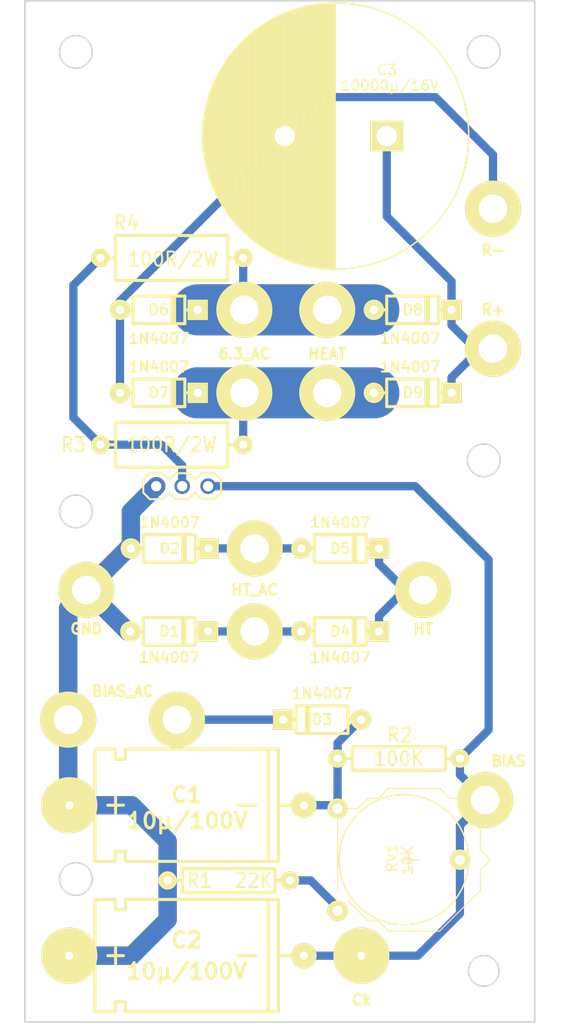
<source format=kicad_pcb>
(kicad_pcb (version 4) (host pcbnew 4.0.4+dfsg1-stable)

  (general
    (links 39)
    (no_connects 0)
    (area 70.057499 47.420999 130.094501 152.700501)
    (thickness 1.6)
    (drawings 10)
    (tracks 159)
    (zones 0)
    (modules 32)
    (nets 14)
  )

  (page A4)
  (layers
    (0 F.Cu signal)
    (31 B.Cu signal)
    (32 B.Adhes user)
    (33 F.Adhes user)
    (34 B.Paste user)
    (35 F.Paste user)
    (36 B.SilkS user)
    (37 F.SilkS user)
    (38 B.Mask user)
    (39 F.Mask user)
    (40 Dwgs.User user)
    (41 Cmts.User user)
    (42 Eco1.User user)
    (43 Eco2.User user)
    (44 Edge.Cuts user)
    (45 Margin user)
    (46 B.CrtYd user)
    (47 F.CrtYd user hide)
    (48 B.Fab user)
    (49 F.Fab user)
  )

  (setup
    (last_trace_width 0.8)
    (trace_clearance 0.8)
    (zone_clearance 0.508)
    (zone_45_only no)
    (trace_min 0.5)
    (segment_width 0.2)
    (edge_width 0.15)
    (via_size 0.8)
    (via_drill 0.6)
    (via_min_size 0.8)
    (via_min_drill 0.3)
    (uvia_size 0.3)
    (uvia_drill 0.1)
    (uvias_allowed no)
    (uvia_min_size 0.2)
    (uvia_min_drill 0.1)
    (pcb_text_width 0.3)
    (pcb_text_size 1.5 1.5)
    (mod_edge_width 0.15)
    (mod_text_size 1 1)
    (mod_text_width 0.15)
    (pad_size 5.5 5.5)
    (pad_drill 0.8)
    (pad_to_mask_clearance 0.2)
    (aux_axis_origin 0 0)
    (visible_elements FFFFFF7F)
    (pcbplotparams
      (layerselection 0x010f0_80000001)
      (usegerberextensions true)
      (excludeedgelayer true)
      (linewidth 0.100000)
      (plotframeref false)
      (viasonmask false)
      (mode 1)
      (useauxorigin false)
      (hpglpennumber 1)
      (hpglpenspeed 20)
      (hpglpendiameter 15)
      (hpglpenoverlay 2)
      (psnegative false)
      (psa4output false)
      (plotreference true)
      (plotvalue true)
      (plotinvisibletext false)
      (padsonsilk false)
      (subtractmaskfromsilk false)
      (outputformat 1)
      (mirror false)
      (drillshape 0)
      (scaleselection 1)
      (outputdirectory Gerber/))
  )

  (net 0 "")
  (net 1 GND)
  (net 2 "Net-(C1-Pad2)")
  (net 3 /Vbias)
  (net 4 "Net-(C3-Pad1)")
  (net 5 "Net-(C3-Pad2)")
  (net 6 "Net-(D3-Pad1)")
  (net 7 "Net-(JP1-Pad2)")
  (net 8 "Net-(R1-Pad2)")
  (net 9 /HEAT2)
  (net 10 /HEAT1)
  (net 11 /HT1)
  (net 12 /HT2)
  (net 13 /HT)

  (net_class Default "This is the default net class."
    (clearance 0.8)
    (trace_width 0.8)
    (via_dia 0.8)
    (via_drill 0.6)
    (uvia_dia 0.3)
    (uvia_drill 0.1)
    (add_net /Vbias)
    (add_net "Net-(C1-Pad2)")
    (add_net "Net-(C3-Pad1)")
    (add_net "Net-(C3-Pad2)")
    (add_net "Net-(D3-Pad1)")
    (add_net "Net-(JP1-Pad2)")
    (add_net "Net-(R1-Pad2)")
  )

  (net_class GND ""
    (clearance 0.8)
    (trace_width 1.8)
    (via_dia 0.8)
    (via_drill 0.6)
    (uvia_dia 0.3)
    (uvia_drill 0.1)
    (add_net GND)
  )

  (net_class HEAT ""
    (clearance 0.8)
    (trace_width 5)
    (via_dia 0.8)
    (via_drill 0.6)
    (uvia_dia 0.3)
    (uvia_drill 0.1)
    (add_net /HEAT1)
    (add_net /HEAT2)
  )

  (net_class HT ""
    (clearance 2.5)
    (trace_width 0.8)
    (via_dia 0.8)
    (via_drill 0.6)
    (uvia_dia 0.3)
    (uvia_drill 0.1)
    (add_net /HT)
    (add_net /HT1)
    (add_net /HT2)
  )

  (module ay_passive:R_0.5W (layer F.Cu) (tedit 57BE1960) (tstamp 57BFFA6A)
    (at 94.996 136.144)
    (descr "Resistance 1/2W")
    (tags R)
    (path /57BE1AE9)
    (autoplace_cost180 10)
    (fp_text reference R1 (at -2.89 0) (layer F.SilkS)
      (effects (font (size 1.397 1.27) (thickness 0.2032)))
    )
    (fp_text value 22K (at 2.444 0) (layer F.SilkS)
      (effects (font (size 1.397 1.27) (thickness 0.2032)))
    )
    (fp_line (start -6 0) (end -4.564 0) (layer F.SilkS) (width 0.3048))
    (fp_line (start -4.564 0) (end -4.564 -1.15) (layer F.SilkS) (width 0.3048))
    (fp_line (start -4.5 -1.15) (end 4.5 -1.15) (layer F.SilkS) (width 0.3048))
    (fp_line (start 4.564 -1.15) (end 4.564 1.15) (layer F.SilkS) (width 0.3048))
    (fp_line (start 4.5 1.15) (end -4.5 1.15) (layer F.SilkS) (width 0.3048))
    (fp_line (start -4.564 1.15) (end -4.564 0) (layer F.SilkS) (width 0.3048))
    (fp_line (start 6 0) (end 4.564 0) (layer F.SilkS) (width 0.3048))
    (pad 1 thru_hole circle (at -6 0) (size 1.8 1.8) (drill 0.8) (layers *.Cu *.Mask F.SilkS)
      (net 1 GND) (clearance 0.5))
    (pad 2 thru_hole circle (at 6 0) (size 1.8 1.8) (drill 0.8) (layers *.Cu *.Mask F.SilkS)
      (net 8 "Net-(R1-Pad2)") (clearance 0.5))
    (model discret/resistor.wrl
      (at (xyz 0 0 0))
      (scale (xyz 0.4 0.4 0.4))
      (rotate (xyz 0 0 0))
    )
  )

  (module ay_passive:R_0.5W (layer F.Cu) (tedit 57BE192F) (tstamp 57BFFA77)
    (at 111.664 124.206 180)
    (descr "Resistance 1/2W")
    (tags R)
    (path /57BE0593)
    (autoplace_cost180 10)
    (fp_text reference R2 (at -0.096 2.286 180) (layer F.SilkS)
      (effects (font (size 1.397 1.27) (thickness 0.2032)))
    )
    (fp_text value 100K (at 0 0 180) (layer F.SilkS)
      (effects (font (size 1.397 1.27) (thickness 0.2032)))
    )
    (fp_line (start -6 0) (end -4.564 0) (layer F.SilkS) (width 0.3048))
    (fp_line (start -4.564 0) (end -4.564 -1.15) (layer F.SilkS) (width 0.3048))
    (fp_line (start -4.5 -1.15) (end 4.5 -1.15) (layer F.SilkS) (width 0.3048))
    (fp_line (start 4.564 -1.15) (end 4.564 1.15) (layer F.SilkS) (width 0.3048))
    (fp_line (start 4.5 1.15) (end -4.5 1.15) (layer F.SilkS) (width 0.3048))
    (fp_line (start -4.564 1.15) (end -4.564 0) (layer F.SilkS) (width 0.3048))
    (fp_line (start 6 0) (end 4.564 0) (layer F.SilkS) (width 0.3048))
    (pad 1 thru_hole circle (at -6 0 180) (size 1.8 1.8) (drill 0.8) (layers *.Cu *.Mask F.SilkS)
      (net 3 /Vbias) (clearance 0.5))
    (pad 2 thru_hole circle (at 6 0 180) (size 1.8 1.8) (drill 0.8) (layers *.Cu *.Mask F.SilkS)
      (net 2 "Net-(C1-Pad2)") (clearance 0.5))
    (model discret/resistor.wrl
      (at (xyz 0 0 0))
      (scale (xyz 0.4 0.4 0.4))
      (rotate (xyz 0 0 0))
    )
  )

  (module ay_turrets:TURRET (layer F.Cu) (tedit 57BE191C) (tstamp 57BFFA39)
    (at 120.142 128.27)
    (descr Turret)
    (tags DEV)
    (path /57BE1C01)
    (fp_text reference P7 (at 0 -4.5) (layer F.SilkS) hide
      (effects (font (size 1.016 1.016) (thickness 0.254)))
    )
    (fp_text value BIAS (at 2.286 -3.81) (layer F.SilkS)
      (effects (font (size 1.016 1.016) (thickness 0.254)))
    )
    (fp_circle (center 0 0) (end 0 -6.5) (layer F.CrtYd) (width 0.381))
    (pad 1 thru_hole circle (at 0 0) (size 5.5 5.5) (drill 2.8) (layers *.Cu *.Mask F.SilkS)
      (net 3 /Vbias) (clearance 0.5))
  )

  (module ay_turrets:TURRET (layer F.Cu) (tedit 57BE1957) (tstamp 57BFFA1B)
    (at 89.916 120.396)
    (descr Turret)
    (tags DEV)
    (path /57BE152C)
    (fp_text reference P2 (at 0 -4.5) (layer F.SilkS) hide
      (effects (font (size 1.016 1.016) (thickness 0.254)))
    )
    (fp_text value BIAS_AC (at 0 5) (layer F.SilkS) hide
      (effects (font (size 1.016 1.016) (thickness 0.254)))
    )
    (fp_circle (center 0 0) (end 0 -6.5) (layer F.CrtYd) (width 0.381))
    (pad 1 thru_hole circle (at 0 0) (size 5.5 5.5) (drill 2.8) (layers *.Cu *.Mask F.SilkS)
      (net 6 "Net-(D3-Pad1)") (clearance 0.5))
  )

  (module ay_turrets:TURRET (layer F.Cu) (tedit 57BE1906) (tstamp 57BFFA21)
    (at 79.248 120.396)
    (descr Turret)
    (tags DEV)
    (path /57BE1CEC)
    (fp_text reference P3 (at 0 -4.5) (layer F.SilkS) hide
      (effects (font (size 1.016 1.016) (thickness 0.254)))
    )
    (fp_text value BIAS_AC (at 5.334 -2.794) (layer F.SilkS)
      (effects (font (size 1.016 1.016) (thickness 0.254)))
    )
    (fp_circle (center 0 0) (end 0 -6.5) (layer F.CrtYd) (width 0.381))
    (pad 1 thru_hole circle (at 0 0) (size 5.5 5.5) (drill 2.8) (layers *.Cu *.Mask F.SilkS)
      (net 1 GND) (clearance 0.5))
  )

  (module Capacitors_ThroughHole:C_Radial_D26_L31_P10 (layer F.Cu) (tedit 57BE27A4) (tstamp 57BFF978)
    (at 110.49 63.246 180)
    (descr "Radial Electrolytic Capacitor Diameter 26mm x Length 31mm, Pitch 10mm")
    (tags "Electrolytic Capacitor")
    (path /57BE06A7)
    (fp_text reference C3 (at -0.033 6.477 180) (layer F.SilkS)
      (effects (font (size 1 1) (thickness 0.15)))
    )
    (fp_text value 10000µ/16V (at -0.287 4.953 180) (layer F.SilkS)
      (effects (font (size 1 1) (thickness 0.15)))
    )
    (fp_line (start 5.075 -13) (end 5.075 13) (layer F.SilkS) (width 0.15))
    (fp_line (start 5.215 -12.998) (end 5.215 12.998) (layer F.SilkS) (width 0.15))
    (fp_line (start 5.355 -12.995) (end 5.355 12.995) (layer F.SilkS) (width 0.15))
    (fp_line (start 5.495 -12.991) (end 5.495 12.991) (layer F.SilkS) (width 0.15))
    (fp_line (start 5.635 -12.984) (end 5.635 12.984) (layer F.SilkS) (width 0.15))
    (fp_line (start 5.775 -12.977) (end 5.775 12.977) (layer F.SilkS) (width 0.15))
    (fp_line (start 5.915 -12.968) (end 5.915 12.968) (layer F.SilkS) (width 0.15))
    (fp_line (start 6.055 -12.957) (end 6.055 12.957) (layer F.SilkS) (width 0.15))
    (fp_line (start 6.195 -12.945) (end 6.195 12.945) (layer F.SilkS) (width 0.15))
    (fp_line (start 6.335 -12.931) (end 6.335 12.931) (layer F.SilkS) (width 0.15))
    (fp_line (start 6.475 -12.916) (end 6.475 12.916) (layer F.SilkS) (width 0.15))
    (fp_line (start 6.615 -12.899) (end 6.615 12.899) (layer F.SilkS) (width 0.15))
    (fp_line (start 6.755 -12.881) (end 6.755 12.881) (layer F.SilkS) (width 0.15))
    (fp_line (start 6.895 -12.861) (end 6.895 12.861) (layer F.SilkS) (width 0.15))
    (fp_line (start 7.035 -12.84) (end 7.035 12.84) (layer F.SilkS) (width 0.15))
    (fp_line (start 7.175 -12.817) (end 7.175 12.817) (layer F.SilkS) (width 0.15))
    (fp_line (start 7.315 -12.792) (end 7.315 12.792) (layer F.SilkS) (width 0.15))
    (fp_line (start 7.455 -12.766) (end 7.455 12.766) (layer F.SilkS) (width 0.15))
    (fp_line (start 7.595 -12.738) (end 7.595 12.738) (layer F.SilkS) (width 0.15))
    (fp_line (start 7.735 -12.709) (end 7.735 12.709) (layer F.SilkS) (width 0.15))
    (fp_line (start 7.875 -12.678) (end 7.875 12.678) (layer F.SilkS) (width 0.15))
    (fp_line (start 8.015 -12.646) (end 8.015 12.646) (layer F.SilkS) (width 0.15))
    (fp_line (start 8.155 -12.611) (end 8.155 12.611) (layer F.SilkS) (width 0.15))
    (fp_line (start 8.295 -12.575) (end 8.295 12.575) (layer F.SilkS) (width 0.15))
    (fp_line (start 8.435 -12.538) (end 8.435 12.538) (layer F.SilkS) (width 0.15))
    (fp_line (start 8.575 -12.499) (end 8.575 12.499) (layer F.SilkS) (width 0.15))
    (fp_line (start 8.715 -12.458) (end 8.715 12.458) (layer F.SilkS) (width 0.15))
    (fp_line (start 8.855 -12.415) (end 8.855 -0.107) (layer F.SilkS) (width 0.15))
    (fp_line (start 8.855 0.107) (end 8.855 12.415) (layer F.SilkS) (width 0.15))
    (fp_line (start 8.995 -12.371) (end 8.995 -0.559) (layer F.SilkS) (width 0.15))
    (fp_line (start 8.995 0.559) (end 8.995 12.371) (layer F.SilkS) (width 0.15))
    (fp_line (start 9.135 -12.325) (end 9.135 -0.758) (layer F.SilkS) (width 0.15))
    (fp_line (start 9.135 0.758) (end 9.135 12.325) (layer F.SilkS) (width 0.15))
    (fp_line (start 9.275 -12.277) (end 9.275 -0.893) (layer F.SilkS) (width 0.15))
    (fp_line (start 9.275 0.893) (end 9.275 12.277) (layer F.SilkS) (width 0.15))
    (fp_line (start 9.415 -12.227) (end 9.415 -0.99) (layer F.SilkS) (width 0.15))
    (fp_line (start 9.415 0.99) (end 9.415 12.227) (layer F.SilkS) (width 0.15))
    (fp_line (start 9.555 -12.176) (end 9.555 -1.06) (layer F.SilkS) (width 0.15))
    (fp_line (start 9.555 1.06) (end 9.555 12.176) (layer F.SilkS) (width 0.15))
    (fp_line (start 9.695 -12.123) (end 9.695 -1.109) (layer F.SilkS) (width 0.15))
    (fp_line (start 9.695 1.109) (end 9.695 12.123) (layer F.SilkS) (width 0.15))
    (fp_line (start 9.835 -12.067) (end 9.835 -1.138) (layer F.SilkS) (width 0.15))
    (fp_line (start 9.835 1.138) (end 9.835 12.067) (layer F.SilkS) (width 0.15))
    (fp_line (start 9.975 -12.01) (end 9.975 -1.15) (layer F.SilkS) (width 0.15))
    (fp_line (start 9.975 1.15) (end 9.975 12.01) (layer F.SilkS) (width 0.15))
    (fp_line (start 10.115 -11.951) (end 10.115 -1.144) (layer F.SilkS) (width 0.15))
    (fp_line (start 10.115 1.144) (end 10.115 11.951) (layer F.SilkS) (width 0.15))
    (fp_line (start 10.255 -11.891) (end 10.255 -1.121) (layer F.SilkS) (width 0.15))
    (fp_line (start 10.255 1.121) (end 10.255 11.891) (layer F.SilkS) (width 0.15))
    (fp_line (start 10.395 -11.828) (end 10.395 -1.08) (layer F.SilkS) (width 0.15))
    (fp_line (start 10.395 1.08) (end 10.395 11.828) (layer F.SilkS) (width 0.15))
    (fp_line (start 10.535 -11.763) (end 10.535 -1.018) (layer F.SilkS) (width 0.15))
    (fp_line (start 10.535 1.018) (end 10.535 11.763) (layer F.SilkS) (width 0.15))
    (fp_line (start 10.675 -11.696) (end 10.675 -0.931) (layer F.SilkS) (width 0.15))
    (fp_line (start 10.675 0.931) (end 10.675 11.696) (layer F.SilkS) (width 0.15))
    (fp_line (start 10.815 -11.627) (end 10.815 -0.811) (layer F.SilkS) (width 0.15))
    (fp_line (start 10.815 0.811) (end 10.815 11.627) (layer F.SilkS) (width 0.15))
    (fp_line (start 10.955 -11.556) (end 10.955 -0.641) (layer F.SilkS) (width 0.15))
    (fp_line (start 10.955 0.641) (end 10.955 11.556) (layer F.SilkS) (width 0.15))
    (fp_line (start 11.095 -11.483) (end 11.095 -0.351) (layer F.SilkS) (width 0.15))
    (fp_line (start 11.095 0.351) (end 11.095 11.483) (layer F.SilkS) (width 0.15))
    (fp_line (start 11.235 -11.407) (end 11.235 11.407) (layer F.SilkS) (width 0.15))
    (fp_line (start 11.375 -11.33) (end 11.375 11.33) (layer F.SilkS) (width 0.15))
    (fp_line (start 11.515 -11.25) (end 11.515 11.25) (layer F.SilkS) (width 0.15))
    (fp_line (start 11.655 -11.167) (end 11.655 11.167) (layer F.SilkS) (width 0.15))
    (fp_line (start 11.795 -11.083) (end 11.795 11.083) (layer F.SilkS) (width 0.15))
    (fp_line (start 11.935 -10.996) (end 11.935 10.996) (layer F.SilkS) (width 0.15))
    (fp_line (start 12.075 -10.906) (end 12.075 10.906) (layer F.SilkS) (width 0.15))
    (fp_line (start 12.215 -10.814) (end 12.215 10.814) (layer F.SilkS) (width 0.15))
    (fp_line (start 12.355 -10.719) (end 12.355 10.719) (layer F.SilkS) (width 0.15))
    (fp_line (start 12.495 -10.622) (end 12.495 10.622) (layer F.SilkS) (width 0.15))
    (fp_line (start 12.635 -10.522) (end 12.635 10.522) (layer F.SilkS) (width 0.15))
    (fp_line (start 12.775 -10.419) (end 12.775 10.419) (layer F.SilkS) (width 0.15))
    (fp_line (start 12.915 -10.313) (end 12.915 10.313) (layer F.SilkS) (width 0.15))
    (fp_line (start 13.055 -10.204) (end 13.055 10.204) (layer F.SilkS) (width 0.15))
    (fp_line (start 13.195 -10.092) (end 13.195 10.092) (layer F.SilkS) (width 0.15))
    (fp_line (start 13.335 -9.976) (end 13.335 9.976) (layer F.SilkS) (width 0.15))
    (fp_line (start 13.475 -9.858) (end 13.475 9.858) (layer F.SilkS) (width 0.15))
    (fp_line (start 13.615 -9.736) (end 13.615 9.736) (layer F.SilkS) (width 0.15))
    (fp_line (start 13.755 -9.61) (end 13.755 9.61) (layer F.SilkS) (width 0.15))
    (fp_line (start 13.895 -9.48) (end 13.895 9.48) (layer F.SilkS) (width 0.15))
    (fp_line (start 14.035 -9.347) (end 14.035 9.347) (layer F.SilkS) (width 0.15))
    (fp_line (start 14.175 -9.21) (end 14.175 9.21) (layer F.SilkS) (width 0.15))
    (fp_line (start 14.315 -9.068) (end 14.315 9.068) (layer F.SilkS) (width 0.15))
    (fp_line (start 14.455 -8.922) (end 14.455 8.922) (layer F.SilkS) (width 0.15))
    (fp_line (start 14.595 -8.771) (end 14.595 8.771) (layer F.SilkS) (width 0.15))
    (fp_line (start 14.735 -8.616) (end 14.735 8.616) (layer F.SilkS) (width 0.15))
    (fp_line (start 14.875 -8.455) (end 14.875 8.455) (layer F.SilkS) (width 0.15))
    (fp_line (start 15.015 -8.289) (end 15.015 8.289) (layer F.SilkS) (width 0.15))
    (fp_line (start 15.155 -8.116) (end 15.155 8.116) (layer F.SilkS) (width 0.15))
    (fp_line (start 15.295 -7.938) (end 15.295 7.938) (layer F.SilkS) (width 0.15))
    (fp_line (start 15.435 -7.753) (end 15.435 7.753) (layer F.SilkS) (width 0.15))
    (fp_line (start 15.575 -7.561) (end 15.575 7.561) (layer F.SilkS) (width 0.15))
    (fp_line (start 15.715 -7.361) (end 15.715 7.361) (layer F.SilkS) (width 0.15))
    (fp_line (start 15.855 -7.153) (end 15.855 7.153) (layer F.SilkS) (width 0.15))
    (fp_line (start 15.995 -6.936) (end 15.995 6.936) (layer F.SilkS) (width 0.15))
    (fp_line (start 16.135 -6.709) (end 16.135 6.709) (layer F.SilkS) (width 0.15))
    (fp_line (start 16.275 -6.471) (end 16.275 6.471) (layer F.SilkS) (width 0.15))
    (fp_line (start 16.415 -6.221) (end 16.415 6.221) (layer F.SilkS) (width 0.15))
    (fp_line (start 16.555 -5.957) (end 16.555 5.957) (layer F.SilkS) (width 0.15))
    (fp_line (start 16.695 -5.677) (end 16.695 5.677) (layer F.SilkS) (width 0.15))
    (fp_line (start 16.835 -5.379) (end 16.835 5.379) (layer F.SilkS) (width 0.15))
    (fp_line (start 16.975 -5.06) (end 16.975 5.06) (layer F.SilkS) (width 0.15))
    (fp_line (start 17.115 -4.715) (end 17.115 4.715) (layer F.SilkS) (width 0.15))
    (fp_line (start 17.255 -4.338) (end 17.255 4.338) (layer F.SilkS) (width 0.15))
    (fp_line (start 17.395 -3.92) (end 17.395 3.92) (layer F.SilkS) (width 0.15))
    (fp_line (start 17.535 -3.446) (end 17.535 3.446) (layer F.SilkS) (width 0.15))
    (fp_line (start 17.675 -2.889) (end 17.675 2.889) (layer F.SilkS) (width 0.15))
    (fp_line (start 17.815 -2.185) (end 17.815 2.185) (layer F.SilkS) (width 0.15))
    (fp_line (start 17.955 -1.081) (end 17.955 1.081) (layer F.SilkS) (width 0.15))
    (fp_circle (center 10 0) (end 10 -1.15) (layer F.SilkS) (width 0.15))
    (fp_circle (center 5 0) (end 5 -13.0375) (layer F.SilkS) (width 0.15))
    (fp_circle (center 5 0) (end 5 -13.3) (layer F.CrtYd) (width 0.05))
    (pad 1 thru_hole rect (at 0 0 180) (size 3.2 3) (drill 2) (layers *.Cu *.Mask F.SilkS)
      (net 4 "Net-(C3-Pad1)"))
    (pad 2 thru_hole circle (at 10 0 180) (size 3.2 3.2) (drill 2) (layers *.Cu *.Mask F.SilkS)
      (net 5 "Net-(C3-Pad2)"))
    (model Capacitors_ThroughHole.3dshapes/C_Radial_D26_L31_P10.wrl
      (at (xyz 0.19685 0 0))
      (scale (xyz 1 1 1))
      (rotate (xyz 0 0 90))
    )
  )

  (module ay_turrets:TURRET (layer F.Cu) (tedit 57BE14E3) (tstamp 57BFFA15)
    (at 81.026 107.696)
    (descr Turret)
    (tags DEV)
    (path /57BE0B0B)
    (fp_text reference P1 (at 0 -4.5) (layer F.SilkS) hide
      (effects (font (size 1.016 1.016) (thickness 0.254)))
    )
    (fp_text value GND (at 0 3.81) (layer F.SilkS)
      (effects (font (size 1.016 1.016) (thickness 0.254)))
    )
    (fp_circle (center 0 0) (end 0 -6.5) (layer F.CrtYd) (width 0.381))
    (pad 1 thru_hole circle (at 0 0) (size 5.5 5.5) (drill 2.8) (layers *.Cu *.Mask F.SilkS)
      (net 1 GND) (clearance 0.5))
  )

  (module ay_turrets:TURRET (layer F.Cu) (tedit 57BE14C6) (tstamp 57BFFA27)
    (at 97.536 111.76)
    (descr Turret)
    (tags DEV)
    (path /57BE034A)
    (fp_text reference P4 (at 0 -4.5) (layer F.SilkS) hide
      (effects (font (size 1.016 1.016) (thickness 0.254)))
    )
    (fp_text value HT_AC (at 0 -4.064) (layer F.SilkS)
      (effects (font (size 1.016 1.016) (thickness 0.254)))
    )
    (fp_circle (center 0 0) (end 0 -6.5) (layer F.CrtYd) (width 0.381))
    (pad 1 thru_hole circle (at 0 0) (size 5.5 5.5) (drill 2.8) (layers *.Cu *.Mask F.SilkS)
      (net 11 /HT1) (clearance 0.5))
  )

  (module ay_turrets:TURRET (layer F.Cu) (tedit 57BE14BB) (tstamp 57BFFA33)
    (at 114.046 107.696)
    (descr Turret)
    (tags DEV)
    (path /57BE0A8A)
    (fp_text reference P6 (at 0 -4.5) (layer F.SilkS) hide
      (effects (font (size 1.016 1.016) (thickness 0.254)))
    )
    (fp_text value HT (at 0.028 3.81) (layer F.SilkS)
      (effects (font (size 1.016 1.016) (thickness 0.254)))
    )
    (fp_circle (center 0 0) (end 0 -6.5) (layer F.CrtYd) (width 0.381))
    (pad 1 thru_hole circle (at 0 0) (size 5.5 5.5) (drill 2.8) (layers *.Cu *.Mask F.SilkS)
      (net 13 /HT) (clearance 0.5))
  )

  (module ay_turrets:TURRET (layer F.Cu) (tedit 57BE2499) (tstamp 57BFFA2D)
    (at 97.536 103.632)
    (descr Turret)
    (tags DEV)
    (path /57BE049E)
    (fp_text reference P5 (at 0 -4.5) (layer F.SilkS) hide
      (effects (font (size 1.016 1.016) (thickness 0.254)))
    )
    (fp_text value HT_AC (at -0.099 -3.632) (layer F.SilkS) hide
      (effects (font (size 1.016 1.016) (thickness 0.254)))
    )
    (fp_circle (center 0 0) (end 0 -6.5) (layer F.CrtYd) (width 0.381))
    (pad 1 thru_hole circle (at 0 0) (size 5.5 5.5) (drill 2.8) (layers *.Cu *.Mask F.SilkS)
      (net 12 /HT2) (clearance 0.5))
  )

  (module ay_turrets:TURRET (layer F.Cu) (tedit 57BE13EF) (tstamp 57BFFA3F)
    (at 120.904 70.358)
    (descr Turret)
    (tags DEV)
    (path /57BE1019)
    (fp_text reference P8 (at 0 -4.5) (layer F.SilkS) hide
      (effects (font (size 1.016 1.016) (thickness 0.254)))
    )
    (fp_text value R- (at 0 4.064) (layer F.SilkS)
      (effects (font (size 1.016 1.016) (thickness 0.254)))
    )
    (fp_circle (center 0 0) (end 0 -6.5) (layer F.CrtYd) (width 0.381))
    (pad 1 thru_hole circle (at 0 0) (size 5.5 5.5) (drill 2.8) (layers *.Cu *.Mask F.SilkS)
      (net 5 "Net-(C3-Pad2)") (clearance 0.5))
  )

  (module ay_turrets:TURRET (layer F.Cu) (tedit 57BE13E3) (tstamp 57BFFA5D)
    (at 120.904 84.074)
    (descr Turret)
    (tags DEV)
    (path /57BE0F5A)
    (fp_text reference P13 (at 0 -4.5) (layer F.SilkS) hide
      (effects (font (size 1.016 1.016) (thickness 0.254)))
    )
    (fp_text value R+ (at 0 -3.81) (layer F.SilkS)
      (effects (font (size 1.016 1.016) (thickness 0.254)))
    )
    (fp_circle (center 0 0) (end 0 -6.5) (layer F.CrtYd) (width 0.381))
    (pad 1 thru_hole circle (at 0 0) (size 5.5 5.5) (drill 2.8) (layers *.Cu *.Mask F.SilkS)
      (net 4 "Net-(C3-Pad1)") (clearance 0.5))
  )

  (module ay_turrets:TURRET (layer F.Cu) (tedit 57BE13BC) (tstamp 57BFFA51)
    (at 104.648 80.264)
    (descr Turret)
    (tags DEV)
    (path /57BE0E73)
    (fp_text reference P11 (at 0 -4.5) (layer F.SilkS) hide
      (effects (font (size 1.016 1.016) (thickness 0.254)))
    )
    (fp_text value HEAT (at 0 4.318) (layer F.SilkS)
      (effects (font (size 1.016 1.016) (thickness 0.254)))
    )
    (fp_circle (center 0 0) (end 0 -6.5) (layer F.CrtYd) (width 0.381))
    (pad 1 thru_hole circle (at 0 0) (size 5.5 5.5) (drill 2.8) (layers *.Cu *.Mask F.SilkS)
      (net 9 /HEAT2) (clearance 0.5))
  )

  (module ay_turrets:TURRET (layer F.Cu) (tedit 57BE13B9) (tstamp 57BFFA45)
    (at 96.52 80.264)
    (descr Turret)
    (tags DEV)
    (path /57BE0E2B)
    (fp_text reference P9 (at 0 -4.5) (layer F.SilkS) hide
      (effects (font (size 1.016 1.016) (thickness 0.254)))
    )
    (fp_text value 6.3_AC (at 0 4.318) (layer F.SilkS)
      (effects (font (size 1.016 1.016) (thickness 0.254)))
    )
    (fp_circle (center 0 0) (end 0 -6.5) (layer F.CrtYd) (width 0.381))
    (pad 1 thru_hole circle (at 0 0) (size 5.5 5.5) (drill 2.8) (layers *.Cu *.Mask F.SilkS)
      (net 9 /HEAT2) (clearance 0.5))
  )

  (module ay_turrets:TURRET (layer F.Cu) (tedit 57BE1BA3) (tstamp 57BFFA57)
    (at 104.648 88.392)
    (descr Turret)
    (tags DEV)
    (path /57BE0EE8)
    (fp_text reference P12 (at -4.445 1.905) (layer F.SilkS) hide
      (effects (font (size 1.016 1.016) (thickness 0.254)))
    )
    (fp_text value HEAT (at 0 3.81) (layer F.SilkS) hide
      (effects (font (size 1.016 1.016) (thickness 0.254)))
    )
    (fp_circle (center 0 0) (end 0 -6.5) (layer F.CrtYd) (width 0.381))
    (pad 1 thru_hole circle (at 0 0) (size 5.5 5.5) (drill 2.8) (layers *.Cu *.Mask F.SilkS)
      (net 10 /HEAT1) (clearance 0.5))
  )

  (module ay_turrets:TURRET (layer F.Cu) (tedit 57BE1BA5) (tstamp 57BFFA4B)
    (at 96.52 88.392)
    (descr Turret)
    (tags DEV)
    (path /57BE0E31)
    (fp_text reference P10 (at -4.445 0) (layer F.SilkS) hide
      (effects (font (size 1.016 1.016) (thickness 0.254)))
    )
    (fp_text value 6.3_AC (at 0 3.81) (layer F.SilkS) hide
      (effects (font (size 1.016 1.016) (thickness 0.254)))
    )
    (fp_circle (center 0 0) (end 0 -6.5) (layer F.CrtYd) (width 0.381))
    (pad 1 thru_hole circle (at 0 0) (size 5.5 5.5) (drill 2.8) (layers *.Cu *.Mask F.SilkS)
      (net 10 /HEAT1) (clearance 0.5))
  )

  (module ay_passive:R_2W (layer F.Cu) (tedit 57BE0EAF) (tstamp 57BFFA83)
    (at 89.408 93.472 180)
    (descr "Resistance 2W")
    (tags R)
    (path /57BE124F)
    (autoplace_cost180 10)
    (fp_text reference R3 (at 9.652 0 180) (layer F.SilkS)
      (effects (font (size 1.397 1.27) (thickness 0.2032)))
    )
    (fp_text value 100R/2W (at 0.015 0 180) (layer F.SilkS)
      (effects (font (size 1.397 1.27) (thickness 0.2032)))
    )
    (fp_line (start -7 0) (end -5.564 0) (layer F.SilkS) (width 0.3048))
    (fp_line (start -5.5 -2.2) (end 5.5 -2.2) (layer F.SilkS) (width 0.3048))
    (fp_line (start 5.5 -2.2) (end 5.5 2.2) (layer F.SilkS) (width 0.3048))
    (fp_line (start 5.5 2.2) (end -5.5 2.2) (layer F.SilkS) (width 0.3048))
    (fp_line (start -5.5 2.2) (end -5.5 -2.2) (layer F.SilkS) (width 0.3048))
    (fp_line (start 7 0) (end 5.564 0) (layer F.SilkS) (width 0.3048))
    (pad 1 thru_hole circle (at -7 0 180) (size 1.8 1.8) (drill 0.8) (layers *.Cu *.Mask F.SilkS)
      (net 10 /HEAT1) (clearance 0.5))
    (pad 2 thru_hole circle (at 7 0 180) (size 1.8 1.8) (drill 0.8) (layers *.Cu *.Mask F.SilkS)
      (net 7 "Net-(JP1-Pad2)") (clearance 0.5))
    (model discret/resistor.wrl
      (at (xyz 0 0 0))
      (scale (xyz 0.4 0.4 0.4))
      (rotate (xyz 0 0 0))
    )
  )

  (module ay_passive:R_2W (layer F.Cu) (tedit 57BE0EA0) (tstamp 57BFFA8F)
    (at 89.408 75.184 180)
    (descr "Resistance 2W")
    (tags R)
    (path /57BE139E)
    (autoplace_cost180 10)
    (fp_text reference R4 (at 4.46 3.429 180) (layer F.SilkS)
      (effects (font (size 1.397 1.27) (thickness 0.2032)))
    )
    (fp_text value 100R/2W (at -0.112 -0.127 180) (layer F.SilkS)
      (effects (font (size 1.397 1.27) (thickness 0.2032)))
    )
    (fp_line (start -7 0) (end -5.564 0) (layer F.SilkS) (width 0.3048))
    (fp_line (start -5.5 -2.2) (end 5.5 -2.2) (layer F.SilkS) (width 0.3048))
    (fp_line (start 5.5 -2.2) (end 5.5 2.2) (layer F.SilkS) (width 0.3048))
    (fp_line (start 5.5 2.2) (end -5.5 2.2) (layer F.SilkS) (width 0.3048))
    (fp_line (start -5.5 2.2) (end -5.5 -2.2) (layer F.SilkS) (width 0.3048))
    (fp_line (start 7 0) (end 5.564 0) (layer F.SilkS) (width 0.3048))
    (pad 1 thru_hole circle (at -7 0 180) (size 1.8 1.8) (drill 0.8) (layers *.Cu *.Mask F.SilkS)
      (net 9 /HEAT2) (clearance 0.5))
    (pad 2 thru_hole circle (at 7 0 180) (size 1.8 1.8) (drill 0.8) (layers *.Cu *.Mask F.SilkS)
      (net 7 "Net-(JP1-Pad2)") (clearance 0.5))
    (model discret/resistor.wrl
      (at (xyz 0 0 0))
      (scale (xyz 0.4 0.4 0.4))
      (rotate (xyz 0 0 0))
    )
  )

  (module Potentiometers:Potentiometer_Trimmer-Piher_PT15-V12-5_horizontal (layer F.Cu) (tedit 57BE0DE8) (tstamp 57BFFA96)
    (at 105.664 129.112 270)
    (descr "Potentiometer, Trimmer, Piher, PT15, Type V12.5, horizontal, Rev A, 02 Aug 2010,")
    (tags "Potentiometer, Trimmer, Piher, PT15, Type V12.5, horizontal, Rev A, 02 Aug 2010,")
    (path /57BE0760)
    (fp_text reference RV1 (at 4.826 -5.334 270) (layer F.SilkS)
      (effects (font (size 1 1) (thickness 0.15)))
    )
    (fp_text value 10K (at 5.08 -6.858 270) (layer F.SilkS)
      (effects (font (size 1 1) (thickness 0.15)))
    )
    (fp_circle (center 5 -6.5) (end 9.5 -2) (layer F.SilkS) (width 0.15))
    (fp_line (start 1 0) (end 2 0) (layer F.SilkS) (width 0))
    (fp_line (start 2 0) (end 2 0) (layer F.SilkS) (width 0))
    (fp_line (start 2 0) (end 3 0) (layer F.SilkS) (width 0))
    (fp_line (start 3 0) (end 4 0) (layer F.SilkS) (width 0))
    (fp_line (start 4 0) (end 5 0) (layer F.SilkS) (width 0))
    (fp_line (start 5 0) (end 5 0) (layer F.SilkS) (width 0))
    (fp_line (start 5 0) (end 6 0) (layer F.SilkS) (width 0))
    (fp_line (start 6 0) (end 7 0) (layer F.SilkS) (width 0))
    (fp_line (start 7 0) (end 8 0) (layer F.SilkS) (width 0))
    (fp_line (start -2 -6) (end -2 -5) (layer F.SilkS) (width 0))
    (fp_line (start -2 -5) (end -1 -4) (layer F.SilkS) (width 0))
    (fp_line (start -1 -4) (end -1 -3) (layer F.SilkS) (width 0))
    (fp_line (start -1 -3) (end 0 -2) (layer F.SilkS) (width 0))
    (fp_line (start 0 -2) (end 0 -2) (layer F.SilkS) (width 0))
    (fp_line (start 0 -2) (end 0 -1) (layer F.SilkS) (width 0))
    (fp_line (start 5 -15) (end 4 -14) (layer F.SilkS) (width 0))
    (fp_line (start 4 -14) (end 3 -14) (layer F.SilkS) (width 0))
    (fp_line (start 3 -14) (end 2 -14) (layer F.SilkS) (width 0))
    (fp_line (start 2 -14) (end 1 -13) (layer F.SilkS) (width 0))
    (fp_line (start 1 -13) (end 0 -13) (layer F.SilkS) (width 0))
    (fp_line (start 0 -13) (end 0 -12) (layer F.SilkS) (width 0))
    (fp_line (start 0 -12) (end -1 -12) (layer F.SilkS) (width 0))
    (fp_line (start -1 -12) (end -1 -11) (layer F.SilkS) (width 0))
    (fp_line (start -1 -11) (end -2 -10) (layer F.SilkS) (width 0))
    (fp_line (start -2 -10) (end -2 -9) (layer F.SilkS) (width 0))
    (fp_line (start -2 -9) (end -2 -7) (layer F.SilkS) (width 0))
    (fp_line (start -2 -7) (end -2 -6) (layer F.SilkS) (width 0))
    (fp_line (start 11 -11) (end 11 -11) (layer F.SilkS) (width 0))
    (fp_line (start 11 -11) (end 10 -12) (layer F.SilkS) (width 0))
    (fp_line (start 10 -12) (end 9 -13) (layer F.SilkS) (width 0))
    (fp_line (start 9 -13) (end 9 -13) (layer F.SilkS) (width 0))
    (fp_line (start 9 -13) (end 8 -14) (layer F.SilkS) (width 0))
    (fp_line (start 8 -14) (end 7 -14) (layer F.SilkS) (width 0))
    (fp_line (start 7 -14) (end 6 -14) (layer F.SilkS) (width 0))
    (fp_line (start 6 -14) (end 5 -15) (layer F.SilkS) (width 0))
    (fp_line (start 5 -15) (end 5 -15) (layer F.SilkS) (width 0))
    (fp_line (start 9 -1) (end 10 -2) (layer F.SilkS) (width 0))
    (fp_line (start 10 -2) (end 10 -2) (layer F.SilkS) (width 0))
    (fp_line (start 10 -2) (end 11 -3) (layer F.SilkS) (width 0))
    (fp_line (start 11 -3) (end 11 -4) (layer F.SilkS) (width 0))
    (fp_line (start 11 -4) (end 12 -5) (layer F.SilkS) (width 0))
    (fp_line (start 12 -5) (end 12 -6) (layer F.SilkS) (width 0))
    (fp_line (start 12 -6) (end 12 -6) (layer F.SilkS) (width 0))
    (fp_line (start 12 -6) (end 12 -7) (layer F.SilkS) (width 0))
    (fp_line (start 12 -7) (end 12 -8) (layer F.SilkS) (width 0))
    (fp_line (start 12 -8) (end 12 -9) (layer F.SilkS) (width 0))
    (fp_line (start 12 -9) (end 12 -10) (layer F.SilkS) (width 0))
    (fp_line (start 12 -10) (end 11 -11) (layer F.SilkS) (width 0))
    (fp_line (start 5 -8) (end 5 -6) (layer F.SilkS) (width 0))
    (fp_line (start 4 -7) (end 6 -7) (layer F.SilkS) (width 0))
    (pad 2 thru_hole circle (at 5 -12 270) (size 2 2) (drill 1) (layers *.Cu *.Mask F.SilkS)
      (net 3 /Vbias))
    (pad 3 thru_hole circle (at 10 0 270) (size 2 2) (drill 1) (layers *.Cu *.Mask F.SilkS)
      (net 8 "Net-(R1-Pad2)"))
    (pad 1 thru_hole circle (at 0 0 270) (size 2 2) (drill 1) (layers *.Cu *.Mask F.SilkS)
      (net 2 "Net-(C1-Pad2)"))
  )

  (module ay_passive:CPA_10µF_160V (layer F.Cu) (tedit 57BE19A1) (tstamp 57BFF8E9)
    (at 90.862 128.778 180)
    (descr "Capacitor 10µF / 160V")
    (path /57BE1726)
    (fp_text reference C1 (at 0 1.016 180) (layer F.SilkS)
      (effects (font (thickness 0.3048)))
    )
    (fp_text value 10µ/100V (at -0.07 -1.524 180) (layer F.SilkS)
      (effects (font (thickness 0.3048)))
    )
    (fp_line (start 9 5.5) (end 7 5.5) (layer F.SilkS) (width 0.3048))
    (fp_line (start 7 5.5) (end 7 4.5) (layer F.SilkS) (width 0.3048))
    (fp_line (start 7 4.5) (end 6 4.5) (layer F.SilkS) (width 0.3048))
    (fp_line (start 6 4.5) (end 6 5.5) (layer F.SilkS) (width 0.3048))
    (fp_line (start 6 5.5) (end -9 5.5) (layer F.SilkS) (width 0.3048))
    (fp_line (start -9 -5.5) (end 6 -5.5) (layer F.SilkS) (width 0.3048))
    (fp_line (start 6 -5.5) (end 6 -4.5) (layer F.SilkS) (width 0.3048))
    (fp_line (start 6 -4.5) (end 7 -4.5) (layer F.SilkS) (width 0.3048))
    (fp_line (start 7 -4.5) (end 7 -5.5) (layer F.SilkS) (width 0.3048))
    (fp_line (start 7 -5.5) (end 9 -5.5) (layer F.SilkS) (width 0.3048))
    (fp_line (start 9 -5.5) (end 9 5.5) (layer F.SilkS) (width 0.3048))
    (fp_line (start -9 5.5) (end -9 -5.5) (layer F.SilkS) (width 0.3048))
    (fp_line (start -8 -5.5) (end -8 5.5) (layer F.SilkS) (width 0.3048))
    (fp_line (start 9 0) (end 11.5 0) (layer F.SilkS) (width 0.3048))
    (fp_line (start -9 0) (end -11.5 0) (layer F.SilkS) (width 0.3048))
    (fp_line (start -6.778 0) (end -5 0) (layer F.SilkS) (width 0.3048))
    (fp_line (start 7.732 0) (end 6.208 0) (layer F.SilkS) (width 0.3048))
    (fp_line (start 6.97 0.762) (end 6.97 -0.762) (layer F.SilkS) (width 0.3048))
    (pad 1 thru_hole circle (at 11.5 0 180) (size 5.5 5.5) (drill 0.8) (layers *.Cu *.Mask F.SilkS)
      (net 1 GND) (clearance 0.5))
    (pad 2 thru_hole circle (at -11.5 0 180) (size 2.5 2.5) (drill 0.8) (layers *.Cu *.Mask F.SilkS)
      (net 2 "Net-(C1-Pad2)") (clearance 0.5))
    (model walter/capacitors/cpa_13x31mm.wrl
      (at (xyz 0 0 0))
      (scale (xyz 1 1 1))
      (rotate (xyz 0 0 0))
    )
  )

  (module ay_passive:CPA_10µF_160V (layer F.Cu) (tedit 57BE19A8) (tstamp 57BFF901)
    (at 90.862 143.51 180)
    (descr "Capacitor 10µF / 160V")
    (path /57BE1A20)
    (fp_text reference C2 (at 0 1.524 180) (layer F.SilkS)
      (effects (font (thickness 0.3048)))
    )
    (fp_text value 10µ/100V (at 0 -1.524 180) (layer F.SilkS)
      (effects (font (thickness 0.3048)))
    )
    (fp_line (start 9 5.5) (end 7 5.5) (layer F.SilkS) (width 0.3048))
    (fp_line (start 7 5.5) (end 7 4.5) (layer F.SilkS) (width 0.3048))
    (fp_line (start 7 4.5) (end 6 4.5) (layer F.SilkS) (width 0.3048))
    (fp_line (start 6 4.5) (end 6 5.5) (layer F.SilkS) (width 0.3048))
    (fp_line (start 6 5.5) (end -9 5.5) (layer F.SilkS) (width 0.3048))
    (fp_line (start -9 -5.5) (end 6 -5.5) (layer F.SilkS) (width 0.3048))
    (fp_line (start 6 -5.5) (end 6 -4.5) (layer F.SilkS) (width 0.3048))
    (fp_line (start 6 -4.5) (end 7 -4.5) (layer F.SilkS) (width 0.3048))
    (fp_line (start 7 -4.5) (end 7 -5.5) (layer F.SilkS) (width 0.3048))
    (fp_line (start 7 -5.5) (end 9 -5.5) (layer F.SilkS) (width 0.3048))
    (fp_line (start 9 -5.5) (end 9 5.5) (layer F.SilkS) (width 0.3048))
    (fp_line (start -9 5.5) (end -9 -5.5) (layer F.SilkS) (width 0.3048))
    (fp_line (start -8 -5.5) (end -8 5.5) (layer F.SilkS) (width 0.3048))
    (fp_line (start 9 0) (end 11.5 0) (layer F.SilkS) (width 0.3048))
    (fp_line (start -9 0) (end -11.5 0) (layer F.SilkS) (width 0.3048))
    (fp_line (start -6.778 0) (end -5 0) (layer F.SilkS) (width 0.3048))
    (fp_line (start 7.732 0) (end 6.208 0) (layer F.SilkS) (width 0.3048))
    (fp_line (start 6.97 0.762) (end 6.97 -0.762) (layer F.SilkS) (width 0.3048))
    (pad 1 thru_hole circle (at 11.5 0 180) (size 5.5 5.5) (drill 0.8) (layers *.Cu *.Mask F.SilkS)
      (net 1 GND) (clearance 0.5))
    (pad 2 thru_hole circle (at -11.5 0 180) (size 2.5 2.5) (drill 0.8) (layers *.Cu *.Mask F.SilkS)
      (net 3 /Vbias) (clearance 0.5))
    (model walter/capacitors/cpa_13x31mm.wrl
      (at (xyz 0 0 0))
      (scale (xyz 1 1 1))
      (rotate (xyz 0 0 0))
    )
  )

  (module freetronics_footprints:1X03 (layer F.Cu) (tedit 54769DEE) (tstamp 57C052C6)
    (at 92.964 97.536 180)
    (path /57BE1418)
    (fp_text reference JP1 (at 0.3 0 180) (layer Eco1.User)
      (effects (font (size 0.6 0.6) (thickness 0.1)))
    )
    (fp_text value JUMPER3 (at 2.6 1.6 180) (layer Eco1.User)
      (effects (font (size 0.2 0.2) (thickness 0.05)))
    )
    (fp_line (start 3.81 -0.635) (end 4.445 -1.27) (layer F.SilkS) (width 0.2032))
    (fp_line (start 4.445 -1.27) (end 5.715 -1.27) (layer F.SilkS) (width 0.2032))
    (fp_line (start 5.715 -1.27) (end 6.35 -0.635) (layer F.SilkS) (width 0.2032))
    (fp_line (start 6.35 0.635) (end 5.715 1.27) (layer F.SilkS) (width 0.2032))
    (fp_line (start 5.715 1.27) (end 4.445 1.27) (layer F.SilkS) (width 0.2032))
    (fp_line (start 4.445 1.27) (end 3.81 0.635) (layer F.SilkS) (width 0.2032))
    (fp_line (start -0.635 -1.27) (end 0.635 -1.27) (layer F.SilkS) (width 0.2032))
    (fp_line (start 0.635 -1.27) (end 1.27 -0.635) (layer F.SilkS) (width 0.2032))
    (fp_line (start 1.27 0.635) (end 0.635 1.27) (layer F.SilkS) (width 0.2032))
    (fp_line (start 1.27 -0.635) (end 1.905 -1.27) (layer F.SilkS) (width 0.2032))
    (fp_line (start 1.905 -1.27) (end 3.175 -1.27) (layer F.SilkS) (width 0.2032))
    (fp_line (start 3.175 -1.27) (end 3.81 -0.635) (layer F.SilkS) (width 0.2032))
    (fp_line (start 3.81 0.635) (end 3.175 1.27) (layer F.SilkS) (width 0.2032))
    (fp_line (start 3.175 1.27) (end 1.905 1.27) (layer F.SilkS) (width 0.2032))
    (fp_line (start 1.905 1.27) (end 1.27 0.635) (layer F.SilkS) (width 0.2032))
    (fp_line (start -1.27 -0.635) (end -1.27 0.635) (layer F.SilkS) (width 0.2032))
    (fp_line (start -0.635 -1.27) (end -1.27 -0.635) (layer F.SilkS) (width 0.2032))
    (fp_line (start -1.27 0.635) (end -0.635 1.27) (layer F.SilkS) (width 0.2032))
    (fp_line (start 0.635 1.27) (end -0.635 1.27) (layer F.SilkS) (width 0.2032))
    (fp_line (start 6.35 -0.635) (end 6.35 0.635) (layer F.SilkS) (width 0.2032))
    (pad 1 thru_hole oval (at 0 0 270) (size 1.524 1.524) (drill 1.016) (layers *.Cu *.Mask)
      (net 3 /Vbias))
    (pad 2 thru_hole oval (at 2.54 0 270) (size 1.524 1.524) (drill 1.016) (layers *.Cu *.Mask)
      (net 7 "Net-(JP1-Pad2)"))
    (pad 3 thru_hole oval (at 5.08 0 270) (size 1.524 1.524) (drill 1.016) (layers *.Cu *.Mask)
      (net 1 GND))
  )

  (module ay_passive:DIODE (layer F.Cu) (tedit 57BE0F22) (tstamp 57C05E0E)
    (at 89.154 111.76)
    (descr "Diode 1N4007")
    (tags "DIODE DEV")
    (path /57BE04FE)
    (fp_text reference D1 (at 0 0) (layer F.SilkS)
      (effects (font (size 1.016 1.016) (thickness 0.2032)))
    )
    (fp_text value 1N4007 (at 0 2.54) (layer F.SilkS)
      (effects (font (size 1.016 1.016) (thickness 0.2032)))
    )
    (fp_line (start 3.81 0) (end 2.548 0) (layer F.SilkS) (width 0.3048))
    (fp_line (start 2.548 0) (end 2.548 -1.35) (layer F.SilkS) (width 0.3048))
    (fp_line (start 2.548 -1.35) (end -2.548 -1.35) (layer F.SilkS) (width 0.3048))
    (fp_line (start -2.548 -1.35) (end -2.548 0) (layer F.SilkS) (width 0.3048))
    (fp_line (start -2.548 0) (end -3.81 0) (layer F.SilkS) (width 0.3048))
    (fp_line (start -2.548 0) (end -2.548 1.35) (layer F.SilkS) (width 0.3048))
    (fp_line (start -2.548 1.35) (end 2.548 1.35) (layer F.SilkS) (width 0.3048))
    (fp_line (start 2.548 1.35) (end 2.548 0) (layer F.SilkS) (width 0.3048))
    (fp_line (start 1.54 -1.35) (end 1.54 1.35) (layer F.SilkS) (width 0.3048))
    (fp_line (start 1.286 1.35) (end 1.286 -1.35) (layer F.SilkS) (width 0.3048))
    (pad 1 thru_hole rect (at 3.81 0) (size 2 2) (drill 0.8) (layers *.Cu *.Mask F.SilkS)
      (net 11 /HT1) (clearance 0.5))
    (pad 2 thru_hole circle (at -3.81 0) (size 2 2) (drill 0.8) (layers *.Cu *.Mask F.SilkS)
      (net 1 GND) (clearance 0.5))
    (model discret/diode.wrl
      (at (xyz 0 0 0))
      (scale (xyz 0.3 0.3 0.3))
      (rotate (xyz 0 0 0))
    )
  )

  (module ay_passive:DIODE (layer F.Cu) (tedit 57BE0F22) (tstamp 57C05E1E)
    (at 89.198 103.632)
    (descr "Diode 1N4007")
    (tags "DIODE DEV")
    (path /57BE08D5)
    (fp_text reference D2 (at 0 0) (layer F.SilkS)
      (effects (font (size 1.016 1.016) (thickness 0.2032)))
    )
    (fp_text value 1N4007 (at 0 -2.54) (layer F.SilkS)
      (effects (font (size 1.016 1.016) (thickness 0.2032)))
    )
    (fp_line (start 3.81 0) (end 2.548 0) (layer F.SilkS) (width 0.3048))
    (fp_line (start 2.548 0) (end 2.548 -1.35) (layer F.SilkS) (width 0.3048))
    (fp_line (start 2.548 -1.35) (end -2.548 -1.35) (layer F.SilkS) (width 0.3048))
    (fp_line (start -2.548 -1.35) (end -2.548 0) (layer F.SilkS) (width 0.3048))
    (fp_line (start -2.548 0) (end -3.81 0) (layer F.SilkS) (width 0.3048))
    (fp_line (start -2.548 0) (end -2.548 1.35) (layer F.SilkS) (width 0.3048))
    (fp_line (start -2.548 1.35) (end 2.548 1.35) (layer F.SilkS) (width 0.3048))
    (fp_line (start 2.548 1.35) (end 2.548 0) (layer F.SilkS) (width 0.3048))
    (fp_line (start 1.54 -1.35) (end 1.54 1.35) (layer F.SilkS) (width 0.3048))
    (fp_line (start 1.286 1.35) (end 1.286 -1.35) (layer F.SilkS) (width 0.3048))
    (pad 1 thru_hole rect (at 3.81 0) (size 2 2) (drill 0.8) (layers *.Cu *.Mask F.SilkS)
      (net 12 /HT2) (clearance 0.5))
    (pad 2 thru_hole circle (at -3.81 0) (size 2 2) (drill 0.8) (layers *.Cu *.Mask F.SilkS)
      (net 1 GND) (clearance 0.5))
    (model discret/diode.wrl
      (at (xyz 0 0 0))
      (scale (xyz 0.3 0.3 0.3))
      (rotate (xyz 0 0 0))
    )
  )

  (module ay_passive:DIODE (layer F.Cu) (tedit 57BE0F22) (tstamp 57C05E2E)
    (at 104.14 120.396 180)
    (descr "Diode 1N4007")
    (tags "DIODE DEV")
    (path /57BE15D4)
    (fp_text reference D3 (at 0 0 180) (layer F.SilkS)
      (effects (font (size 1.016 1.016) (thickness 0.2032)))
    )
    (fp_text value 1N4007 (at 0 2.54 180) (layer F.SilkS)
      (effects (font (size 1.016 1.016) (thickness 0.2032)))
    )
    (fp_line (start 3.81 0) (end 2.548 0) (layer F.SilkS) (width 0.3048))
    (fp_line (start 2.548 0) (end 2.548 -1.35) (layer F.SilkS) (width 0.3048))
    (fp_line (start 2.548 -1.35) (end -2.548 -1.35) (layer F.SilkS) (width 0.3048))
    (fp_line (start -2.548 -1.35) (end -2.548 0) (layer F.SilkS) (width 0.3048))
    (fp_line (start -2.548 0) (end -3.81 0) (layer F.SilkS) (width 0.3048))
    (fp_line (start -2.548 0) (end -2.548 1.35) (layer F.SilkS) (width 0.3048))
    (fp_line (start -2.548 1.35) (end 2.548 1.35) (layer F.SilkS) (width 0.3048))
    (fp_line (start 2.548 1.35) (end 2.548 0) (layer F.SilkS) (width 0.3048))
    (fp_line (start 1.54 -1.35) (end 1.54 1.35) (layer F.SilkS) (width 0.3048))
    (fp_line (start 1.286 1.35) (end 1.286 -1.35) (layer F.SilkS) (width 0.3048))
    (pad 1 thru_hole rect (at 3.81 0 180) (size 2 2) (drill 0.8) (layers *.Cu *.Mask F.SilkS)
      (net 6 "Net-(D3-Pad1)") (clearance 0.5))
    (pad 2 thru_hole circle (at -3.81 0 180) (size 2 2) (drill 0.8) (layers *.Cu *.Mask F.SilkS)
      (net 2 "Net-(C1-Pad2)") (clearance 0.5))
    (model discret/diode.wrl
      (at (xyz 0 0 0))
      (scale (xyz 0.3 0.3 0.3))
      (rotate (xyz 0 0 0))
    )
  )

  (module ay_passive:DIODE (layer F.Cu) (tedit 57BE0F22) (tstamp 57C05E3E)
    (at 105.918 111.76)
    (descr "Diode 1N4007")
    (tags "DIODE DEV")
    (path /57BE0867)
    (fp_text reference D4 (at 0 0) (layer F.SilkS)
      (effects (font (size 1.016 1.016) (thickness 0.2032)))
    )
    (fp_text value 1N4007 (at 0 2.54) (layer F.SilkS)
      (effects (font (size 1.016 1.016) (thickness 0.2032)))
    )
    (fp_line (start 3.81 0) (end 2.548 0) (layer F.SilkS) (width 0.3048))
    (fp_line (start 2.548 0) (end 2.548 -1.35) (layer F.SilkS) (width 0.3048))
    (fp_line (start 2.548 -1.35) (end -2.548 -1.35) (layer F.SilkS) (width 0.3048))
    (fp_line (start -2.548 -1.35) (end -2.548 0) (layer F.SilkS) (width 0.3048))
    (fp_line (start -2.548 0) (end -3.81 0) (layer F.SilkS) (width 0.3048))
    (fp_line (start -2.548 0) (end -2.548 1.35) (layer F.SilkS) (width 0.3048))
    (fp_line (start -2.548 1.35) (end 2.548 1.35) (layer F.SilkS) (width 0.3048))
    (fp_line (start 2.548 1.35) (end 2.548 0) (layer F.SilkS) (width 0.3048))
    (fp_line (start 1.54 -1.35) (end 1.54 1.35) (layer F.SilkS) (width 0.3048))
    (fp_line (start 1.286 1.35) (end 1.286 -1.35) (layer F.SilkS) (width 0.3048))
    (pad 1 thru_hole rect (at 3.81 0) (size 2 2) (drill 0.8) (layers *.Cu *.Mask F.SilkS)
      (net 13 /HT) (clearance 0.5))
    (pad 2 thru_hole circle (at -3.81 0) (size 2 2) (drill 0.8) (layers *.Cu *.Mask F.SilkS)
      (net 11 /HT1) (clearance 0.5))
    (model discret/diode.wrl
      (at (xyz 0 0 0))
      (scale (xyz 0.3 0.3 0.3))
      (rotate (xyz 0 0 0))
    )
  )

  (module ay_passive:DIODE (layer F.Cu) (tedit 57BE0F22) (tstamp 57C05E4E)
    (at 105.918 103.632)
    (descr "Diode 1N4007")
    (tags "DIODE DEV")
    (path /57BE093C)
    (fp_text reference D5 (at 0 0) (layer F.SilkS)
      (effects (font (size 1.016 1.016) (thickness 0.2032)))
    )
    (fp_text value 1N4007 (at 0 -2.54) (layer F.SilkS)
      (effects (font (size 1.016 1.016) (thickness 0.2032)))
    )
    (fp_line (start 3.81 0) (end 2.548 0) (layer F.SilkS) (width 0.3048))
    (fp_line (start 2.548 0) (end 2.548 -1.35) (layer F.SilkS) (width 0.3048))
    (fp_line (start 2.548 -1.35) (end -2.548 -1.35) (layer F.SilkS) (width 0.3048))
    (fp_line (start -2.548 -1.35) (end -2.548 0) (layer F.SilkS) (width 0.3048))
    (fp_line (start -2.548 0) (end -3.81 0) (layer F.SilkS) (width 0.3048))
    (fp_line (start -2.548 0) (end -2.548 1.35) (layer F.SilkS) (width 0.3048))
    (fp_line (start -2.548 1.35) (end 2.548 1.35) (layer F.SilkS) (width 0.3048))
    (fp_line (start 2.548 1.35) (end 2.548 0) (layer F.SilkS) (width 0.3048))
    (fp_line (start 1.54 -1.35) (end 1.54 1.35) (layer F.SilkS) (width 0.3048))
    (fp_line (start 1.286 1.35) (end 1.286 -1.35) (layer F.SilkS) (width 0.3048))
    (pad 1 thru_hole rect (at 3.81 0) (size 2 2) (drill 0.8) (layers *.Cu *.Mask F.SilkS)
      (net 13 /HT) (clearance 0.5))
    (pad 2 thru_hole circle (at -3.81 0) (size 2 2) (drill 0.8) (layers *.Cu *.Mask F.SilkS)
      (net 12 /HT2) (clearance 0.5))
    (model discret/diode.wrl
      (at (xyz 0 0 0))
      (scale (xyz 0.3 0.3 0.3))
      (rotate (xyz 0 0 0))
    )
  )

  (module ay_passive:DIODE (layer F.Cu) (tedit 57BE0F22) (tstamp 57C05E5E)
    (at 88.138 80.264)
    (descr "Diode 1N4007")
    (tags "DIODE DEV")
    (path /57BE0E37)
    (fp_text reference D6 (at 0 0) (layer F.SilkS)
      (effects (font (size 1.016 1.016) (thickness 0.2032)))
    )
    (fp_text value 1N4007 (at 0 2.794) (layer F.SilkS)
      (effects (font (size 1.016 1.016) (thickness 0.2032)))
    )
    (fp_line (start 3.81 0) (end 2.548 0) (layer F.SilkS) (width 0.3048))
    (fp_line (start 2.548 0) (end 2.548 -1.35) (layer F.SilkS) (width 0.3048))
    (fp_line (start 2.548 -1.35) (end -2.548 -1.35) (layer F.SilkS) (width 0.3048))
    (fp_line (start -2.548 -1.35) (end -2.548 0) (layer F.SilkS) (width 0.3048))
    (fp_line (start -2.548 0) (end -3.81 0) (layer F.SilkS) (width 0.3048))
    (fp_line (start -2.548 0) (end -2.548 1.35) (layer F.SilkS) (width 0.3048))
    (fp_line (start -2.548 1.35) (end 2.548 1.35) (layer F.SilkS) (width 0.3048))
    (fp_line (start 2.548 1.35) (end 2.548 0) (layer F.SilkS) (width 0.3048))
    (fp_line (start 1.54 -1.35) (end 1.54 1.35) (layer F.SilkS) (width 0.3048))
    (fp_line (start 1.286 1.35) (end 1.286 -1.35) (layer F.SilkS) (width 0.3048))
    (pad 1 thru_hole rect (at 3.81 0) (size 2 2) (drill 0.8) (layers *.Cu *.Mask F.SilkS)
      (net 9 /HEAT2) (clearance 0.5))
    (pad 2 thru_hole circle (at -3.81 0) (size 2 2) (drill 0.8) (layers *.Cu *.Mask F.SilkS)
      (net 5 "Net-(C3-Pad2)") (clearance 0.5))
    (model discret/diode.wrl
      (at (xyz 0 0 0))
      (scale (xyz 0.3 0.3 0.3))
      (rotate (xyz 0 0 0))
    )
  )

  (module ay_passive:DIODE (layer F.Cu) (tedit 57BE0F22) (tstamp 57C05E6E)
    (at 88.138 88.392)
    (descr "Diode 1N4007")
    (tags "DIODE DEV")
    (path /57BE0E43)
    (fp_text reference D7 (at 0 0) (layer F.SilkS)
      (effects (font (size 1.016 1.016) (thickness 0.2032)))
    )
    (fp_text value 1N4007 (at 0 -2.54) (layer F.SilkS)
      (effects (font (size 1.016 1.016) (thickness 0.2032)))
    )
    (fp_line (start 3.81 0) (end 2.548 0) (layer F.SilkS) (width 0.3048))
    (fp_line (start 2.548 0) (end 2.548 -1.35) (layer F.SilkS) (width 0.3048))
    (fp_line (start 2.548 -1.35) (end -2.548 -1.35) (layer F.SilkS) (width 0.3048))
    (fp_line (start -2.548 -1.35) (end -2.548 0) (layer F.SilkS) (width 0.3048))
    (fp_line (start -2.548 0) (end -3.81 0) (layer F.SilkS) (width 0.3048))
    (fp_line (start -2.548 0) (end -2.548 1.35) (layer F.SilkS) (width 0.3048))
    (fp_line (start -2.548 1.35) (end 2.548 1.35) (layer F.SilkS) (width 0.3048))
    (fp_line (start 2.548 1.35) (end 2.548 0) (layer F.SilkS) (width 0.3048))
    (fp_line (start 1.54 -1.35) (end 1.54 1.35) (layer F.SilkS) (width 0.3048))
    (fp_line (start 1.286 1.35) (end 1.286 -1.35) (layer F.SilkS) (width 0.3048))
    (pad 1 thru_hole rect (at 3.81 0) (size 2 2) (drill 0.8) (layers *.Cu *.Mask F.SilkS)
      (net 10 /HEAT1) (clearance 0.5))
    (pad 2 thru_hole circle (at -3.81 0) (size 2 2) (drill 0.8) (layers *.Cu *.Mask F.SilkS)
      (net 5 "Net-(C3-Pad2)") (clearance 0.5))
    (model discret/diode.wrl
      (at (xyz 0 0 0))
      (scale (xyz 0.3 0.3 0.3))
      (rotate (xyz 0 0 0))
    )
  )

  (module ay_passive:DIODE (layer F.Cu) (tedit 57BE0F22) (tstamp 57C05E7E)
    (at 113.03 80.264)
    (descr "Diode 1N4007")
    (tags "DIODE DEV")
    (path /57BE0E3D)
    (fp_text reference D8 (at 0 0) (layer F.SilkS)
      (effects (font (size 1.016 1.016) (thickness 0.2032)))
    )
    (fp_text value 1N4007 (at -0.254 2.794) (layer F.SilkS)
      (effects (font (size 1.016 1.016) (thickness 0.2032)))
    )
    (fp_line (start 3.81 0) (end 2.548 0) (layer F.SilkS) (width 0.3048))
    (fp_line (start 2.548 0) (end 2.548 -1.35) (layer F.SilkS) (width 0.3048))
    (fp_line (start 2.548 -1.35) (end -2.548 -1.35) (layer F.SilkS) (width 0.3048))
    (fp_line (start -2.548 -1.35) (end -2.548 0) (layer F.SilkS) (width 0.3048))
    (fp_line (start -2.548 0) (end -3.81 0) (layer F.SilkS) (width 0.3048))
    (fp_line (start -2.548 0) (end -2.548 1.35) (layer F.SilkS) (width 0.3048))
    (fp_line (start -2.548 1.35) (end 2.548 1.35) (layer F.SilkS) (width 0.3048))
    (fp_line (start 2.548 1.35) (end 2.548 0) (layer F.SilkS) (width 0.3048))
    (fp_line (start 1.54 -1.35) (end 1.54 1.35) (layer F.SilkS) (width 0.3048))
    (fp_line (start 1.286 1.35) (end 1.286 -1.35) (layer F.SilkS) (width 0.3048))
    (pad 1 thru_hole rect (at 3.81 0) (size 2 2) (drill 0.8) (layers *.Cu *.Mask F.SilkS)
      (net 4 "Net-(C3-Pad1)") (clearance 0.5))
    (pad 2 thru_hole circle (at -3.81 0) (size 2 2) (drill 0.8) (layers *.Cu *.Mask F.SilkS)
      (net 9 /HEAT2) (clearance 0.5))
    (model discret/diode.wrl
      (at (xyz 0 0 0))
      (scale (xyz 0.3 0.3 0.3))
      (rotate (xyz 0 0 0))
    )
  )

  (module ay_passive:DIODE (layer F.Cu) (tedit 57BE0F22) (tstamp 57C05E8E)
    (at 113.03 88.392)
    (descr "Diode 1N4007")
    (tags "DIODE DEV")
    (path /57BE0E49)
    (fp_text reference D9 (at 0 0) (layer F.SilkS)
      (effects (font (size 1.016 1.016) (thickness 0.2032)))
    )
    (fp_text value 1N4007 (at -0.254 -2.54) (layer F.SilkS)
      (effects (font (size 1.016 1.016) (thickness 0.2032)))
    )
    (fp_line (start 3.81 0) (end 2.548 0) (layer F.SilkS) (width 0.3048))
    (fp_line (start 2.548 0) (end 2.548 -1.35) (layer F.SilkS) (width 0.3048))
    (fp_line (start 2.548 -1.35) (end -2.548 -1.35) (layer F.SilkS) (width 0.3048))
    (fp_line (start -2.548 -1.35) (end -2.548 0) (layer F.SilkS) (width 0.3048))
    (fp_line (start -2.548 0) (end -3.81 0) (layer F.SilkS) (width 0.3048))
    (fp_line (start -2.548 0) (end -2.548 1.35) (layer F.SilkS) (width 0.3048))
    (fp_line (start -2.548 1.35) (end 2.548 1.35) (layer F.SilkS) (width 0.3048))
    (fp_line (start 2.548 1.35) (end 2.548 0) (layer F.SilkS) (width 0.3048))
    (fp_line (start 1.54 -1.35) (end 1.54 1.35) (layer F.SilkS) (width 0.3048))
    (fp_line (start 1.286 1.35) (end 1.286 -1.35) (layer F.SilkS) (width 0.3048))
    (pad 1 thru_hole rect (at 3.81 0) (size 2 2) (drill 0.8) (layers *.Cu *.Mask F.SilkS)
      (net 4 "Net-(C3-Pad1)") (clearance 0.5))
    (pad 2 thru_hole circle (at -3.81 0) (size 2 2) (drill 0.8) (layers *.Cu *.Mask F.SilkS)
      (net 10 /HEAT1) (clearance 0.5))
    (model discret/diode.wrl
      (at (xyz 0 0 0))
      (scale (xyz 0.3 0.3 0.3))
      (rotate (xyz 0 0 0))
    )
  )

  (module ay_turrets:TURRET (layer F.Cu) (tedit 57BE1D16) (tstamp 57C08267)
    (at 108 143.51)
    (descr Turret)
    (tags DEV)
    (fp_text reference T1 (at 0 -4.5) (layer F.SilkS) hide
      (effects (font (size 1.016 1.016) (thickness 0.254)))
    )
    (fp_text value Ck (at 0 4.318) (layer F.SilkS)
      (effects (font (size 1.016 1.016) (thickness 0.254)))
    )
    (fp_circle (center 0 0) (end 0 -6.5) (layer F.CrtYd) (width 0.381))
    (pad 1 thru_hole circle (at 0 0) (size 5.5 5.5) (drill 0.8) (layers *.Cu *.Mask F.SilkS)
      (net 3 /Vbias) (clearance 0.5))
  )

  (gr_circle (center 80 136) (end 81.6 136) (layer Edge.Cuts) (width 0.15) (tstamp 57C091A2))
  (gr_circle (center 80 100) (end 81.6 100) (layer Edge.Cuts) (width 0.15) (tstamp 57C091A0))
  (gr_circle (center 120 95) (end 121.6 95) (layer Edge.Cuts) (width 0.15) (tstamp 57C0919F))
  (gr_circle (center 120 145) (end 121.5 145) (layer Edge.Cuts) (width 0.15) (tstamp 57C0919E))
  (gr_circle (center 120 55) (end 121.6 55) (layer Edge.Cuts) (width 0.15) (tstamp 57C0919A))
  (gr_circle (center 80 55) (end 81.6 55) (layer Edge.Cuts) (width 0.15))
  (gr_line (start 75 150) (end 75 50) (layer Edge.Cuts) (width 0.15))
  (gr_line (start 125 150) (end 75 150) (layer Edge.Cuts) (width 0.15))
  (gr_line (start 125 50) (end 125 150) (layer Edge.Cuts) (width 0.15))
  (gr_line (start 75 50) (end 125 50) (layer Edge.Cuts) (width 0.15))

  (segment (start 85.471 128.778) (end 88.996 132.303) (width 1.8) (layer B.Cu) (net 1))
  (segment (start 88.996 132.303) (end 88.996 136.144) (width 1.8) (layer B.Cu) (net 1))
  (segment (start 79.362 128.778) (end 85.471 128.778) (width 1.8) (layer B.Cu) (net 1))
  (segment (start 85.471 143.51) (end 88.996 139.985) (width 1.8) (layer B.Cu) (net 1))
  (segment (start 88.996 139.985) (end 88.996 136.144) (width 1.8) (layer B.Cu) (net 1))
  (segment (start 79.362 143.51) (end 85.471 143.51) (width 1.8) (layer B.Cu) (net 1))
  (segment (start 85.471 143.51) (end 88.996 139.985) (width 1.8) (layer F.Cu) (net 1))
  (segment (start 88.996 139.985) (end 88.996 136.144) (width 1.8) (layer F.Cu) (net 1))
  (segment (start 79.362 143.51) (end 85.471 143.51) (width 1.8) (layer F.Cu) (net 1))
  (segment (start 85.471 128.778) (end 88.996 132.303) (width 1.8) (layer F.Cu) (net 1))
  (segment (start 88.996 132.303) (end 88.996 136.144) (width 1.8) (layer F.Cu) (net 1))
  (segment (start 79.362 128.778) (end 85.471 128.778) (width 1.8) (layer F.Cu) (net 1))
  (segment (start 79.248 120.396) (end 79.248 128.664) (width 1.8) (layer B.Cu) (net 1))
  (segment (start 79.248 128.664) (end 79.362 128.778) (width 1.8) (layer B.Cu) (net 1))
  (segment (start 79.248 120.396) (end 79.248 109.474) (width 1.8) (layer B.Cu) (net 1))
  (segment (start 79.248 109.474) (end 81.026 107.696) (width 1.8) (layer B.Cu) (net 1))
  (segment (start 85.344 111.76) (end 85.09 111.76) (width 1.8) (layer B.Cu) (net 1))
  (segment (start 85.09 111.76) (end 81.026 107.696) (width 1.8) (layer B.Cu) (net 1))
  (segment (start 85.388 103.632) (end 85.09 103.632) (width 1.8) (layer B.Cu) (net 1))
  (segment (start 85.09 103.632) (end 81.026 107.696) (width 1.8) (layer B.Cu) (net 1))
  (segment (start 85.388 103.632) (end 85.388 100.032) (width 1.8) (layer B.Cu) (net 1))
  (segment (start 85.388 100.032) (end 87.884 97.536) (width 1.8) (layer B.Cu) (net 1))
  (segment (start 85.388 100.032) (end 87.884 97.536) (width 1.8) (layer F.Cu) (net 1))
  (segment (start 85.388 103.632) (end 85.388 100.032) (width 1.8) (layer F.Cu) (net 1))
  (segment (start 79.248 109.474) (end 81.026 107.696) (width 1.8) (layer F.Cu) (net 1))
  (segment (start 79.248 120.396) (end 79.248 109.474) (width 1.8) (layer F.Cu) (net 1))
  (segment (start 85.388 103.632) (end 85.09 103.632) (width 1) (layer F.Cu) (net 1))
  (segment (start 85.09 103.632) (end 81.026 107.696) (width 1.8) (layer F.Cu) (net 1))
  (segment (start 85.344 111.76) (end 85.09 111.76) (width 1) (layer F.Cu) (net 1))
  (segment (start 85.09 111.76) (end 81.026 107.696) (width 1.8) (layer F.Cu) (net 1))
  (segment (start 79.248 120.396) (end 79.248 128.664) (width 1.8) (layer F.Cu) (net 1))
  (segment (start 79.248 128.664) (end 79.362 128.778) (width 1) (layer F.Cu) (net 1))
  (segment (start 105.664 124.206) (end 105.664 122.682) (width 0.8) (layer B.Cu) (net 2))
  (segment (start 105.664 122.682) (end 107.95 120.396) (width 0.8) (layer B.Cu) (net 2))
  (segment (start 105.664 128.778) (end 105.664 124.206) (width 0.8) (layer B.Cu) (net 2))
  (segment (start 102.362 128.778) (end 105.664 128.778) (width 0.8) (layer B.Cu) (net 2))
  (segment (start 102.362 128.778) (end 105.664 128.778) (width 0.8) (layer F.Cu) (net 2))
  (segment (start 105.664 128.778) (end 105.664 124.206) (width 0.8) (layer F.Cu) (net 2))
  (segment (start 105.664 124.206) (end 105.664 122.682) (width 0.8) (layer F.Cu) (net 2))
  (segment (start 105.664 122.682) (end 107.95 120.396) (width 0.8) (layer F.Cu) (net 2))
  (segment (start 120.4722 104.7242) (end 113.284 97.536) (width 0.8) (layer B.Cu) (net 3))
  (segment (start 113.284 97.536) (end 92.964 97.536) (width 0.8) (layer B.Cu) (net 3))
  (segment (start 120.4722 121.3978) (end 120.4722 104.7242) (width 0.8) (layer B.Cu) (net 3))
  (segment (start 117.664 124.206) (end 120.4722 121.3978) (width 0.8) (layer B.Cu) (net 3))
  (segment (start 117.664 124.206) (end 117.664 125.792) (width 0.8) (layer B.Cu) (net 3))
  (segment (start 117.664 125.792) (end 120.142 128.27) (width 0.8) (layer B.Cu) (net 3))
  (segment (start 117.664 133.778) (end 117.664 130.748) (width 0.8) (layer B.Cu) (net 3))
  (segment (start 117.664 130.748) (end 120.142 128.27) (width 0.8) (layer B.Cu) (net 3))
  (segment (start 113.538 143.51) (end 117.664 139.384) (width 0.8) (layer B.Cu) (net 3))
  (segment (start 117.664 139.384) (end 117.664 133.778) (width 0.8) (layer B.Cu) (net 3))
  (segment (start 108 143.51) (end 113.538 143.51) (width 0.8) (layer B.Cu) (net 3))
  (segment (start 102.362 143.51) (end 108 143.51) (width 0.8) (layer B.Cu) (net 3))
  (segment (start 92.964 97.536) (end 113.284 97.536) (width 0.8) (layer F.Cu) (net 3))
  (segment (start 113.284 97.536) (end 120.476275 104.728275) (width 0.8) (layer F.Cu) (net 3))
  (segment (start 120.476275 121.393725) (end 117.664 124.206) (width 0.8) (layer F.Cu) (net 3))
  (segment (start 120.476275 104.728275) (end 120.476275 121.393725) (width 0.8) (layer F.Cu) (net 3))
  (segment (start 117.664 124.206) (end 117.664 125.792) (width 0.8) (layer F.Cu) (net 3))
  (segment (start 117.664 125.792) (end 120.142 128.27) (width 0.8) (layer F.Cu) (net 3))
  (segment (start 117.664 130.748) (end 120.142 128.27) (width 0.8) (layer F.Cu) (net 3))
  (segment (start 117.664 133.778) (end 117.664 130.748) (width 0.8) (layer F.Cu) (net 3))
  (segment (start 108 143.51) (end 113.538 143.51) (width 0.8) (layer F.Cu) (net 3))
  (segment (start 113.538 143.51) (end 117.664 139.384) (width 0.8) (layer F.Cu) (net 3))
  (segment (start 117.664 139.384) (end 117.664 133.778) (width 0.8) (layer F.Cu) (net 3))
  (segment (start 102.362 143.51) (end 108 143.51) (width 0.8) (layer F.Cu) (net 3))
  (segment (start 116.84 88.392) (end 116.84 86.8934) (width 0.8) (layer B.Cu) (net 4))
  (segment (start 116.84 86.8934) (end 119.6594 84.074) (width 0.8) (layer B.Cu) (net 4))
  (segment (start 119.6594 84.074) (end 120.904 84.074) (width 0.8) (layer B.Cu) (net 4))
  (segment (start 120.904 84.074) (end 119.1514 84.074) (width 0.8) (layer B.Cu) (net 4))
  (segment (start 119.1514 84.074) (end 116.84 81.7626) (width 0.8) (layer B.Cu) (net 4))
  (segment (start 116.84 81.7626) (end 116.84 80.264) (width 0.8) (layer B.Cu) (net 4))
  (segment (start 110.49 71.12) (end 116.84 77.47) (width 0.8) (layer B.Cu) (net 4))
  (segment (start 116.84 77.47) (end 116.84 80.264) (width 0.8) (layer B.Cu) (net 4))
  (segment (start 110.49 63.246) (end 110.49 71.12) (width 0.8) (layer B.Cu) (net 4))
  (segment (start 116.84 80.264) (end 116.84 77.47) (width 0.8) (layer F.Cu) (net 4))
  (segment (start 110.49 71.12) (end 110.49 63.246) (width 0.8) (layer F.Cu) (net 4))
  (segment (start 116.84 77.47) (end 110.49 71.12) (width 0.8) (layer F.Cu) (net 4))
  (segment (start 119.15 84.074) (end 120.904 84.074) (width 0.8) (layer F.Cu) (net 4))
  (segment (start 116.84 81.764) (end 119.15 84.074) (width 0.8) (layer F.Cu) (net 4))
  (segment (start 116.84 80.264) (end 116.84 81.764) (width 0.8) (layer F.Cu) (net 4))
  (segment (start 116.84 88.392) (end 116.84 86.892) (width 0.8) (layer F.Cu) (net 4))
  (segment (start 119.658 84.074) (end 120.904 84.074) (width 0.8) (layer F.Cu) (net 4))
  (segment (start 116.84 86.892) (end 119.658 84.074) (width 0.8) (layer F.Cu) (net 4))
  (segment (start 120.904 65.0748) (end 120.904 70.358) (width 0.8) (layer B.Cu) (net 5))
  (segment (start 115.2652 59.436) (end 120.904 65.0748) (width 0.8) (layer B.Cu) (net 5))
  (segment (start 104.2924 59.436) (end 115.2652 59.436) (width 0.8) (layer B.Cu) (net 5))
  (segment (start 103.8098 59.9186) (end 104.2924 59.436) (width 0.8) (layer B.Cu) (net 5))
  (segment (start 103.8098 59.9262) (end 103.8098 59.9186) (width 0.8) (layer B.Cu) (net 5))
  (segment (start 100.49 63.246) (end 103.8098 59.9262) (width 0.8) (layer B.Cu) (net 5))
  (segment (start 100.49 63.246) (end 98.890001 64.845999) (width 0.8) (layer B.Cu) (net 5))
  (segment (start 98.890001 64.845999) (end 98.882401 64.845999) (width 0.8) (layer B.Cu) (net 5))
  (segment (start 98.882401 64.845999) (end 84.328 79.4004) (width 0.8) (layer B.Cu) (net 5))
  (segment (start 84.328 79.4004) (end 84.328 80.264) (width 0.8) (layer B.Cu) (net 5))
  (segment (start 84.328 88.392) (end 84.328 86.977787) (width 0.8) (layer B.Cu) (net 5))
  (segment (start 84.328 86.977787) (end 84.328 80.264) (width 0.8) (layer B.Cu) (net 5))
  (segment (start 104.3 59.436) (end 100.49 63.246) (width 0.8) (layer F.Cu) (net 5))
  (segment (start 115.254346 59.436) (end 104.3 59.436) (width 0.8) (layer F.Cu) (net 5))
  (segment (start 120.904 65.085654) (end 115.254346 59.436) (width 0.8) (layer F.Cu) (net 5))
  (segment (start 120.904 70.358) (end 120.904 65.085654) (width 0.8) (layer F.Cu) (net 5))
  (segment (start 100.49 63.246) (end 84.328 79.408) (width 0.8) (layer F.Cu) (net 5))
  (segment (start 84.328 79.408) (end 84.328 80.264) (width 0.8) (layer F.Cu) (net 5))
  (segment (start 84.328 88.392) (end 84.328 80.264) (width 0.8) (layer F.Cu) (net 5))
  (segment (start 89.916 120.396) (end 100.33 120.396) (width 0.8) (layer B.Cu) (net 6))
  (segment (start 89.916 120.396) (end 100.33 120.396) (width 0.8) (layer F.Cu) (net 6))
  (segment (start 82.408 93.472) (end 79.756 90.82) (width 0.8) (layer B.Cu) (net 7))
  (segment (start 79.756 90.82) (end 79.756 77.836) (width 0.8) (layer B.Cu) (net 7))
  (segment (start 79.756 77.836) (end 82.408 75.184) (width 0.8) (layer B.Cu) (net 7))
  (segment (start 82.408 93.472) (end 88.392 93.472) (width 0.8) (layer B.Cu) (net 7))
  (segment (start 88.392 93.472) (end 90.424 95.504) (width 0.8) (layer B.Cu) (net 7))
  (segment (start 90.424 95.504) (end 90.424 97.536) (width 0.8) (layer B.Cu) (net 7))
  (segment (start 79.748295 77.843705) (end 82.408 75.184) (width 0.8) (layer F.Cu) (net 7))
  (segment (start 79.748295 90.812295) (end 79.748295 77.843705) (width 0.8) (layer F.Cu) (net 7))
  (segment (start 82.408 93.472) (end 79.748295 90.812295) (width 0.8) (layer F.Cu) (net 7))
  (segment (start 90.424 95.504) (end 90.424 97.536) (width 0.8) (layer F.Cu) (net 7))
  (segment (start 88.392 93.472) (end 90.424 95.504) (width 0.8) (layer F.Cu) (net 7))
  (segment (start 82.408 93.472) (end 88.392 93.472) (width 0.8) (layer F.Cu) (net 7))
  (segment (start 100.996 136.144) (end 103.03 136.144) (width 0.8) (layer B.Cu) (net 8))
  (segment (start 103.03 136.144) (end 105.664 138.778) (width 0.8) (layer B.Cu) (net 8))
  (segment (start 100.996 136.144) (end 103.03 136.144) (width 0.8) (layer F.Cu) (net 8))
  (segment (start 103.03 136.144) (end 105.664 138.778) (width 0.8) (layer F.Cu) (net 8))
  (segment (start 96.408 75.184) (end 96.408 80.152) (width 0.8) (layer B.Cu) (net 9))
  (segment (start 96.408 80.152) (end 96.52 80.264) (width 0.8) (layer B.Cu) (net 9))
  (segment (start 104.648 80.264) (end 109.22 80.264) (width 5) (layer B.Cu) (net 9))
  (segment (start 96.52 80.264) (end 104.648 80.264) (width 5) (layer B.Cu) (net 9))
  (segment (start 91.948 80.264) (end 96.52 80.264) (width 5) (layer B.Cu) (net 9))
  (segment (start 91.948 80.264) (end 96.52 80.264) (width 5) (layer F.Cu) (net 9))
  (segment (start 96.52 80.264) (end 104.648 80.264) (width 5) (layer F.Cu) (net 9))
  (segment (start 104.648 80.264) (end 109.22 80.264) (width 5) (layer F.Cu) (net 9))
  (segment (start 96.408 75.184) (end 96.408 80.152) (width 0.8) (layer F.Cu) (net 9))
  (segment (start 96.408 80.152) (end 96.52 80.264) (width 0.5) (layer F.Cu) (net 9))
  (segment (start 96.408 93.472) (end 96.408 88.504) (width 0.8) (layer B.Cu) (net 10))
  (segment (start 96.408 88.504) (end 96.52 88.392) (width 0.8) (layer B.Cu) (net 10))
  (segment (start 104.648 88.392) (end 109.22 88.392) (width 5) (layer B.Cu) (net 10))
  (segment (start 96.52 88.392) (end 104.648 88.392) (width 5) (layer B.Cu) (net 10))
  (segment (start 91.948 88.392) (end 96.52 88.392) (width 5) (layer B.Cu) (net 10))
  (segment (start 91.948 88.392) (end 96.52 88.392) (width 5) (layer F.Cu) (net 10))
  (segment (start 96.52 88.392) (end 104.648 88.392) (width 5) (layer F.Cu) (net 10))
  (segment (start 104.648 88.392) (end 109.22 88.392) (width 5) (layer F.Cu) (net 10))
  (segment (start 96.408 93.472) (end 96.408 88.504) (width 0.8) (layer F.Cu) (net 10))
  (segment (start 96.408 88.504) (end 96.52 88.392) (width 0.5) (layer F.Cu) (net 10))
  (segment (start 97.536 111.76) (end 102.108 111.76) (width 0.8) (layer B.Cu) (net 11))
  (segment (start 92.964 111.76) (end 97.536 111.76) (width 0.8) (layer B.Cu) (net 11))
  (segment (start 92.964 111.76) (end 97.536 111.76) (width 0.8) (layer F.Cu) (net 11))
  (segment (start 97.536 111.76) (end 102.108 111.76) (width 0.8) (layer F.Cu) (net 11))
  (segment (start 97.536 103.632) (end 102.108 103.632) (width 0.8) (layer B.Cu) (net 12))
  (segment (start 93.008 103.632) (end 97.536 103.632) (width 0.8) (layer B.Cu) (net 12))
  (segment (start 93.008 103.632) (end 97.536 103.632) (width 0.8) (layer F.Cu) (net 12))
  (segment (start 97.536 103.632) (end 102.108 103.632) (width 0.8) (layer F.Cu) (net 12))
  (segment (start 111.252 108.712) (end 112.268 107.696) (width 0.8) (layer B.Cu) (net 13))
  (segment (start 109.728 110.236) (end 111.252 108.712) (width 0.8) (layer B.Cu) (net 13))
  (segment (start 109.728 111.76) (end 109.728 110.236) (width 0.8) (layer B.Cu) (net 13))
  (segment (start 109.728 105.156) (end 109.728 103.632) (width 0.8) (layer B.Cu) (net 13))
  (segment (start 112.268 107.696) (end 109.728 105.156) (width 0.8) (layer B.Cu) (net 13))
  (segment (start 114.046 107.696) (end 112.268 107.696) (width 0.8) (layer B.Cu) (net 13))
  (segment (start 112.292 107.696) (end 114.046 107.696) (width 0.8) (layer F.Cu) (net 13))
  (segment (start 109.728 105.132) (end 112.292 107.696) (width 0.8) (layer F.Cu) (net 13))
  (segment (start 109.728 103.632) (end 109.728 105.132) (width 0.8) (layer F.Cu) (net 13))
  (segment (start 112.268 107.696) (end 114.046 107.696) (width 0.8) (layer F.Cu) (net 13))
  (segment (start 109.728 110.236) (end 112.268 107.696) (width 0.8) (layer F.Cu) (net 13))
  (segment (start 109.728 111.76) (end 109.728 110.236) (width 0.8) (layer F.Cu) (net 13))

)

</source>
